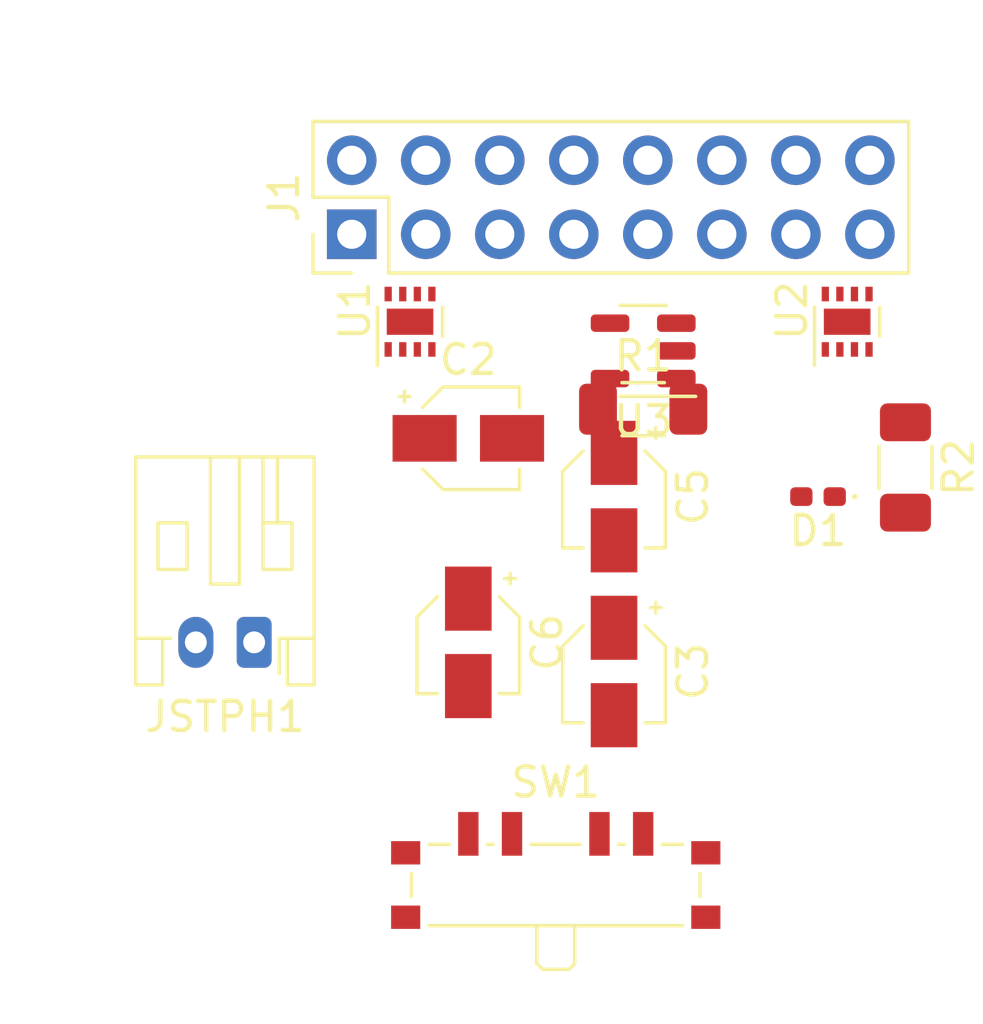
<source format=kicad_pcb>
(kicad_pcb (version 20211014) (generator pcbnew)
  (layers (0 "F.Cu" signal) (31 "B.Cu" signal) (34 "B.Paste" user) (35 "F.Paste" user) (36 "B.SilkS" user "B.Silkscreen") (37 "F.SilkS" user "F.Silkscreen") (38 "B.Mask" user) (39 "F.Mask" user) (44 "Edge.Cuts" user))
  (net 0 "")
  (net 1 "GND")
  (net 2 "Net-(R2-Pad1)")
  (net 3 "Net-(R1-Pad1)")
  (net 4 "/BATT+")
  (net 5 "/PD7")
  (net 6 "/BATT_ADC")
  (net 7 "/Motor2_A")
  (net 8 "/Motor2_B")
  (net 9 "/Motor1_A")
  (net 10 "/Motor1_B")
  (net 11 "/+5V")
  (net 12 "Net-(D1-Pad1)")
  (net 13 "/PC6")
  (net 14 "/PC7")
  (net 15 "/-5V")
  (net 16 "/PC8")
  (net 17 "/PC9")
  (net 18 "/BATT1")
  (net 19 "/BATT2")
  (footprint "Capacitor_SMD:CP_Elec_3x5.3" (layer "F.Cu") (at 140 55)
    (fp_text reference "C2" (at 0 -2.7) (layer "F.SilkS"))
    (fp_text value "0.1u")
    (fp_line (start -0.870563 1.76) (end 1.76 1.76) (layer "F.SilkS") (width 0.12))
    (fp_line (start -1.570563 1.06) (end -0.870563 1.76) (layer "F.SilkS") (width 0.12))
    (fp_line (start -2.375 -1.435) (end -2 -1.435) (layer "F.SilkS") (width 0.12))
    (fp_line (start 1.76 -1.76) (end 1.76 -1.06) (layer "F.SilkS") (width 0.12))
    (fp_line (start -1.570563 -1.06) (end -0.870563 -1.76) (layer "F.SilkS") (width 0.12))
    (fp_line (start -0.870563 -1.76) (end 1.76 -1.76) (layer "F.SilkS") (width 0.12))
    (fp_line (start 1.76 1.76) (end 1.76 1.06) (layer "F.SilkS") (width 0.12))
    (fp_line (start -2.1875 -1.6225) (end -2.1875 -1.2475) (layer "F.SilkS") (width 0.12))
    (pad "1" smd rect (at -1.5 0) (size 2.2 1.6) (layers "F.Cu" "F.Paste" "F.Mask") (net 4 "/BATT+"))
    (pad "2" smd rect (at 1.5 0) (size 2.2 1.6) (layers "F.Cu" "F.Paste" "F.Mask") (net 1 "GND"))
  )
  (footprint "Resistor_SMD:R_1206_3216Metric_Pad1.30x1.75mm_HandSolder" (layer "F.Cu") (at 155 56 -90)
    (fp_text reference "R2" (at 0 -1.82 -90) (layer "F.SilkS"))
    (fp_text value "470")
    (fp_line (start -0.727064 -0.91) (end 0.727064 -0.91) (layer "F.SilkS") (width 0.12))
    (fp_line (start -0.727064 0.91) (end 0.727064 0.91) (layer "F.SilkS") (width 0.12))
    (pad "1" smd roundrect (at -1.55 0 270) (size 1.3 1.75) (layers "F.Cu" "F.Paste" "F.Mask") (roundrect_rratio 0.192308) (net 2 "Net-(R2-Pad1)"))
    (pad "2" smd roundrect (at 1.55 0 270) (size 1.3 1.75) (layers "F.Cu" "F.Paste" "F.Mask") (roundrect_rratio 0.192308) (net 12 "Net-(D1-Pad1)"))
  )
  (footprint "Capacitor_SMD:CP_Elec_3x5.3" (layer "F.Cu") (at 145 57 -90)
    (fp_text reference "C5" (at 0 -2.7 90) (layer "F.SilkS"))
    (fp_text value "4.7u")
    (fp_line (start -1.570563 -1.06) (end -0.870563 -1.76) (layer "F.SilkS") (width 0.12))
    (fp_line (start 1.76 1.76) (end 1.76 1.06) (layer "F.SilkS") (width 0.12))
    (fp_line (start -2.375 -1.435) (end -2 -1.435) (layer "F.SilkS") (width 0.12))
    (fp_line (start -1.570563 1.06) (end -0.870563 1.76) (layer "F.SilkS") (width 0.12))
    (fp_line (start 1.76 -1.76) (end 1.76 -1.06) (layer "F.SilkS") (width 0.12))
    (fp_line (start -0.870563 -1.76) (end 1.76 -1.76) (layer "F.SilkS") (width 0.12))
    (fp_line (start -0.870563 1.76) (end 1.76 1.76) (layer "F.SilkS") (width 0.12))
    (fp_line (start -2.1875 -1.6225) (end -2.1875 -1.2475) (layer "F.SilkS") (width 0.12))
    (pad "1" smd rect (at -1.5 0 270) (size 2.2 1.6) (layers "F.Cu" "F.Paste" "F.Mask") (net 11 "/+5V"))
    (pad "2" smd rect (at 1.5 0 270) (size 2.2 1.6) (layers "F.Cu" "F.Paste" "F.Mask") (net 1 "GND"))
  )
  (footprint "Diode_SMD:D_0402_1005Metric_Pad0.77x0.64mm_HandSolder" (layer "F.Cu") (at 152 57 180)
    (fp_text reference "D1" (at 0 -1.17 180) (layer "F.SilkS"))
    (fp_text value "LED")
    (fp_circle (center -1.265 0) (end -1.215 0) (layer "F.SilkS") (width 0.1) (fill none))
    (pad "1" smd roundrect (at -0.5725 0 180) (size 0.765 0.64) (layers "F.Cu" "F.Paste" "F.Mask") (net 12 "Net-(D1-Pad1)"))
    (pad "2" smd roundrect (at 0.5725 0 180) (size 0.765 0.64) (layers "F.Cu" "F.Paste" "F.Mask") (net 11 "/+5V"))
  )
  (footprint "Package_TO_SOT_SMD:SOT-23-5" (layer "F.Cu") (at 146 52 180)
    (fp_text reference "U3" (at 0 -2.4) (layer "F.SilkS"))
    (fp_text value "MCP73831-2-OT")
    (fp_line (start 0 -1.56) (end 0.8 -1.56) (layer "F.SilkS") (width 0.12))
    (fp_line (start 0 1.56) (end -0.8 1.56) (layer "F.SilkS") (width 0.12))
    (fp_line (start 0 -1.56) (end -1.8 -1.56) (layer "F.SilkS") (width 0.12))
    (fp_line (start 0 1.56) (end 0.8 1.56) (layer "F.SilkS") (width 0.12))
    (pad "1" smd roundrect (at -1.1375 -0.95 180) (size 1.325 0.6) (layers "F.Cu" "F.Paste" "F.Mask") (net 2 "Net-(R2-Pad1)"))
    (pad "2" smd roundrect (at -1.1375 0 180) (size 1.325 0.6) (layers "F.Cu" "F.Paste" "F.Mask") (net 1 "GND"))
    (pad "3" smd roundrect (at -1.1375 0.95 180) (size 1.325 0.6) (layers "F.Cu" "F.Paste" "F.Mask") (net 4 "/BATT+"))
    (pad "4" smd roundrect (at 1.1375 0.95 180) (size 1.325 0.6) (layers "F.Cu" "F.Paste" "F.Mask") (net 11 "/+5V"))
    (pad "5" smd roundrect (at 1.1375 -0.95 180) (size 1.325 0.6) (layers "F.Cu" "F.Paste" "F.Mask") (net 3 "Net-(R1-Pad1)"))
  )
  (footprint "Package_SON:WSON-8-1EP_2x2mm_P0.5mm_EP0.9x1.6mm" (layer "F.Cu") (at 138 51 90)
    (fp_text reference "U1" (at 0.38 -1.9 90) (layer "F.SilkS"))
    (fp_text value "DRV8837")
    (fp_line (start -1.5 -1.12) (end 0.5 -1.12) (layer "F.SilkS") (width 0.12))
    (fp_line (start 0.5 1.12) (end -0.5 1.12) (layer "F.SilkS") (width 0.12))
    (pad "1" smd rect (at -0.95 -0.75 90) (size 0.5 0.25) (layers "F.Cu" "F.Paste" "F.Mask") (net 4 "/BATT+"))
    (pad "2" smd rect (at -0.95 -0.25 90) (size 0.5 0.25) (layers "F.Cu" "F.Paste" "F.Mask") (net 7 "/Motor2_A"))
    (pad "3" smd rect (at -0.95 0.25 90) (size 0.5 0.25) (layers "F.Cu" "F.Paste" "F.Mask") (net 8 "/Motor2_B"))
    (pad "4" smd rect (at -0.95 0.75 90) (size 0.5 0.25) (layers "F.Cu" "F.Paste" "F.Mask") (net 1 "GND"))
    (pad "5" smd rect (at 0.95 0.75 90) (size 0.5 0.25) (layers "F.Cu" "F.Paste" "F.Mask") (net 14 "/PC7"))
    (pad "6" smd rect (at 0.95 0.25 90) (size 0.5 0.25) (layers "F.Cu" "F.Paste" "F.Mask") (net 13 "/PC6"))
    (pad "7" smd rect (at 0.95 -0.25 90) (size 0.5 0.25) (layers "F.Cu" "F.Paste" "F.Mask") (net 4 "/BATT+"))
    (pad "8" smd rect (at 0.95 -0.75 90) (size 0.5 0.25) (layers "F.Cu" "F.Paste" "F.Mask") (net 4 "/BATT+"))
    (pad "9" smd rect (at 0 0 90) (size 0.9 1.6) (layers "F.Cu" "F.Mask") (net 1 "GND"))
  )
  (footprint "Capacitor_SMD:CP_Elec_3x5.3" (layer "F.Cu") (at 140 62 -90)
    (fp_text reference "C6" (at 0 -2.7 -90) (layer "F.SilkS"))
    (fp_text value "4.7u")
    (fp_line (start -2.1875 -1.6225) (end -2.1875 -1.2475) (layer "F.SilkS") (width 0.12))
    (fp_line (start 1.76 -1.76) (end 1.76 -1.06) (layer "F.SilkS") (width 0.12))
    (fp_line (start -0.870563 1.76) (end 1.76 1.76) (layer "F.SilkS") (width 0.12))
    (fp_line (start -2.375 -1.435) (end -2 -1.435) (layer "F.SilkS") (width 0.12))
    (fp_line (start -0.870563 -1.76) (end 1.76 -1.76) (layer "F.SilkS") (width 0.12))
    (fp_line (start -1.570563 -1.06) (end -0.870563 -1.76) (layer "F.SilkS") (width 0.12))
    (fp_line (start 1.76 1.76) (end 1.76 1.06) (layer "F.SilkS") (width 0.12))
    (fp_line (start -1.570563 1.06) (end -0.870563 1.76) (layer "F.SilkS") (width 0.12))
    (pad "1" smd rect (at -1.5 0 270) (size 2.2 1.6) (layers "F.Cu" "F.Paste" "F.Mask") (net 4 "/BATT+"))
    (pad "2" smd rect (at 1.5 0 270) (size 2.2 1.6) (layers "F.Cu" "F.Paste" "F.Mask") (net 1 "GND"))
  )
  (footprint "Connector_JST:JST_PH_S2B-PH-K_1x02_P2.00mm_Horizontal" (layer "F.Cu") (at 132.65 62 180)
    (fp_text reference "JSTPH1" (at 1 -2.55 180) (layer "F.SilkS"))
    (fp_text value "Conn_01x02_Female")
    (fp_line (start -0.86 0.14) (end -1.14 0.14) (layer "F.SilkS") (width 0.12))
    (fp_line (start 2.3 2.5) (end 3.3 2.5) (layer "F.SilkS") (width 0.12))
    (fp_line (start -0.8 4.1) (end -0.8 6.36) (layer "F.SilkS") (width 0.12))
    (fp_line (start -2.06 6.36) (end 4.06 6.36) (layer "F.SilkS") (width 0.12))
    (fp_line (start -0.86 0.14) (end -0.86 -1.075) (layer "F.SilkS") (width 0.12))
    (fp_line (start -1.14 0.14) (end -1.14 -1.46) (layer "F.SilkS") (width 0.12))
    (fp_line (start 3.3 4.1) (end 2.3 4.1) (layer "F.SilkS") (width 0.12))
    (fp_line (start 0.5 2) (end 1.5 2) (layer "F.SilkS") (width 0.12))
    (fp_line (start 3.3 2.5) (end 3.3 4.1) (layer "F.SilkS") (width 0.12))
    (fp_line (start -1.3 4.1) (end -0.3 4.1) (layer "F.SilkS") (width 0.12))
    (fp_line (start -0.3 4.1) (end -0.3 6.36) (layer "F.SilkS") (width 0.12))
    (fp_line (start -1.14 -1.46) (end -2.06 -1.46) (layer "F.SilkS") (width 0.12))
    (fp_line (start 3.14 0.14) (end 2.86 0.14) (layer "F.SilkS") (width 0.12))
    (fp_line (start 4.06 0.14) (end 3.14 0.14) (layer "F.SilkS") (width 0.12))
    (fp_line (start 2.3 4.1) (end 2.3 2.5) (layer "F.SilkS") (width 0.12))
    (fp_line (start -1.3 2.5) (end -1.3 4.1) (layer "F.SilkS") (width 0.12))
    (fp_line (start -0.3 4.1) (end -0.3 2.5) (layer "F.SilkS") (width 0.12))
    (fp_line (start -2.06 0.14) (end -1.14 0.14) (layer "F.SilkS") (width 0.12))
    (fp_line (start 0.5 6.36) (end 0.5 2) (layer "F.SilkS") (width 0.12))
    (fp_line (start 4.06 -1.46) (end 3.14 -1.46) (layer "F.SilkS") (width 0.12))
    (fp_line (start 4.06 6.36) (end 4.06 -1.46) (layer "F.SilkS") (width 0.12))
    (fp_line (start -0.3 2.5) (end -1.3 2.5) (layer "F.SilkS") (width 0.12))
    (fp_line (start 3.14 -1.46) (end 3.14 0.14) (layer "F.SilkS") (width 0.12))
    (fp_line (start -2.06 -1.46) (end -2.06 6.36) (layer "F.SilkS") (width 0.12))
    (fp_line (start 1.5 2) (end 1.5 6.36) (layer "F.SilkS") (width 0.12))
    (pad "1" thru_hole roundrect (at 0 0 180) (size 1.2 1.75) (drill 0.75) (layers *.Cu *.Mask) (roundrect_rratio 0.208333) (net 18 "/BATT1"))
    (pad "2" thru_hole oval (at 2 0 180) (size 1.2 1.75) (drill 0.75) (layers *.Cu *.Mask) (net 19 "/BATT2"))
  )
  (footprint "Package_SON:WSON-8-1EP_2x2mm_P0.5mm_EP0.9x1.6mm" (layer "F.Cu") (at 153 51 90)
    (fp_text reference "U2" (at 0.38 -1.9 90) (layer "F.SilkS"))
    (fp_text value "DRV8837")
    (fp_line (start -1.5 -1.12) (end 0.5 -1.12) (layer "F.SilkS") (width 0.12))
    (fp_line (start 0.5 1.12) (end -0.5 1.12) (layer "F.SilkS") (width 0.12))
    (pad "1" smd rect (at -0.95 -0.75 90) (size 0.5 0.25) (layers "F.Cu" "F.Paste" "F.Mask") (net 4 "/BATT+"))
    (pad "2" smd rect (at -0.95 -0.25 90) (size 0.5 0.25) (layers "F.Cu" "F.Paste" "F.Mask") (net 9 "/Motor1_A"))
    (pad "3" smd rect (at -0.95 0.25 90) (size 0.5 0.25) (layers "F.Cu" "F.Paste" "F.Mask") (net 10 "/Motor1_B"))
    (pad "4" smd rect (at -0.95 0.75 90) (size 0.5 0.25) (layers "F.Cu" "F.Paste" "F.Mask") (net 1 "GND"))
    (pad "5" smd rect (at 0.95 0.75 90) (size 0.5 0.25) (layers "F.Cu" "F.Paste" "F.Mask") (net 17 "/PC9"))
    (pad "6" smd rect (at 0.95 0.25 90) (size 0.5 0.25) (layers "F.Cu" "F.Paste" "F.Mask") (net 16 "/PC8"))
    (pad "7" smd rect (at 0.95 -0.25 90) (size 0.5 0.25) (layers "F.Cu" "F.Paste" "F.Mask") (net 4 "/BATT+"))
    (pad "8" smd rect (at 0.95 -0.75 90) (size 0.5 0.25) (layers "F.Cu" "F.Paste" "F.Mask") (net 4 "/BATT+"))
    (pad "9" smd rect (at 0 0 90) (size 0.9 1.6) (layers "F.Cu" "F.Mask") (net 1 "GND"))
  )
  (footprint "Connector_PinHeader_2.54mm:PinHeader_2x08_P2.54mm_Vertical" (layer "F.Cu") (at 136 48 90)
    (fp_text reference "J1" (at 1.27 -2.33 90) (layer "F.SilkS"))
    (fp_text value "Conn_01x16_Male")
    (fp_line (start -1.33 1.27) (end 1.27 1.27) (layer "F.SilkS") (width 0.12))
    (fp_line (start -1.33 -1.33) (end 0 -1.33) (layer "F.SilkS") (width 0.12))
    (fp_line (start 1.27 -1.33) (end 3.87 -1.33) (layer "F.SilkS") (width 0.12))
    (fp_line (start 3.87 -1.33) (end 3.87 19.11) (layer "F.SilkS") (width 0.12))
    (fp_line (start -1.33 0) (end -1.33 -1.33) (layer "F.SilkS") (width 0.12))
    (fp_line (start -1.33 1.27) (end -1.33 19.11) (layer "F.SilkS") (width 0.12))
    (fp_line (start -1.33 19.11) (end 3.87 19.11) (layer "F.SilkS") (width 0.12))
    (fp_line (start 1.27 1.27) (end 1.27 -1.33) (layer "F.SilkS") (width 0.12))
    (pad "1" thru_hole rect (at 0 0 90) (size 1.7 1.7) (drill 1) (layers *.Cu *.Mask) (net 7 "/Motor2_A"))
    (pad "2" thru_hole oval (at 2.54 0 90) (size 1.7 1.7) (drill 1) (layers *.Cu *.Mask) (net 13 "/PC6"))
    (pad "3" thru_hole oval (at 0 2.54 90) (size 1.7 1.7) (drill 1) (layers *.Cu *.Mask) (net 8 "/Motor2_B"))
    (pad "4" thru_hole oval (at 2.54 2.54 90) (size 1.7 1.7) (drill 1) (layers *.Cu *.Mask) (net 14 "/PC7"))
    (pad "5" thru_hole oval (at 0 5.08 90) (size 1.7 1.7) (drill 1) (layers *.Cu *.Mask) (net 1 "GND"))
    (pad "6" thru_hole oval (at 2.54 5.08 90) (size 1.7 1.7) (drill 1) (layers *.Cu *.Mask) (net 1 "GND"))
    (pad "7" thru_hole oval (at 0 7.62 90) (size 1.7 1.7) (drill 1) (layers *.Cu *.Mask) (net 18 "/BATT1"))
    (pad "8" thru_hole oval (at 2.54 7.62 90) (size 1.7 1.7) (drill 1) (layers *.Cu *.Mask) (net 19 "/BATT2"))
    (pad "9" thru_hole oval (at 0 10.16 90) (size 1.7 1.7) (drill 1) (layers *.Cu *.Mask) (net 5 "/PD7"))
    (pad "10" thru_hole oval (at 2.54 10.16 90) (size 1.7 1.7) (drill 1) (layers *.Cu *.Mask) (net 6 "/BATT_ADC"))
    (pad "11" thru_hole oval (at 0 12.7 90) (size 1.7 1.7) (drill 1) (layers *.Cu *.Mask) (net 11 "/+5V"))
    (pad "12" thru_hole oval (at 2.54 12.7 90) (size 1.7 1.7) (drill 1) (layers *.Cu *.Mask) (net 15 "/-5V"))
    (pad "13" thru_hole oval (at 0 15.24 90) (size 1.7 1.7) (drill 1) (layers *.Cu *.Mask) (net 9 "/Motor1_A"))
    (pad "14" thru_hole oval (at 2.54 15.24 90) (size 1.7 1.7) (drill 1) (layers *.Cu *.Mask) (net 16 "/PC8"))
    (pad "15" thru_hole oval (at 0 17.78 90) (size 1.7 1.7) (drill 1) (layers *.Cu *.Mask) (net 10 "/Motor1_B"))
    (pad "16" thru_hole oval (at 2.54 17.78 90) (size 1.7 1.7) (drill 1) (layers *.Cu *.Mask) (net 17 "/PC9"))
  )
  (footprint "Button_Switch_SMD:SW_SP3T_PCM13" (layer "F.Cu") (at 143 70)
    (fp_text reference "SW1" (at 0 -3.2) (layer "F.SilkS"))
    (fp_text value "SW_SPDT")
    (fp_line (start 3.65 -1.07) (end 4.35 -1.07) (layer "F.SilkS") (width 0.12))
    (fp_line (start -4.35 1.72) (end 4.35 1.72) (layer "F.SilkS") (width 0.12))
    (fp_line (start -0.65 1.72) (end -0.65 3.02) (layer "F.SilkS") (width 0.12))
    (fp_line (start -2.35 -1.07) (end -2.15 -1.07) (layer "F.SilkS") (width 0.12))
    (fp_line (start -4.95 -0.07) (end -4.95 0.72) (layer "F.SilkS") (width 0.12))
    (fp_line (start 0.65 3.02) (end 0.65 1.72) (layer "F.SilkS") (width 0.12))
    (fp_line (start 0.65 3.02) (end 0.45 3.22) (layer "F.SilkS") (width 0.12))
    (fp_line (start -0.85 -1.07) (end 0.85 -1.07) (layer "F.SilkS") (width 0.12))
    (fp_line (start -4.35 -1.07) (end -3.65 -1.07) (layer "F.SilkS") (width 0.12))
    (fp_line (start 4.95 0.72) (end 4.95 -0.07) (layer "F.SilkS") (width 0.12))
    (fp_line (start -0.65 3.02) (end -0.45 3.22) (layer "F.SilkS") (width 0.12))
    (fp_line (start 2.15 -1.07) (end 2.35 -1.07) (layer "F.SilkS") (width 0.12))
    (fp_line (start 0.45 3.22) (end -0.45 3.22) (layer "F.SilkS") (width 0.12))
    (pad "" smd rect (at -5.15 -0.78) (size 1 0.8) (layers "F.Cu" "F.Paste" "F.Mask"))
    (pad "" smd rect (at 5.15 1.43) (size 1 0.8) (layers "F.Cu" "F.Paste" "F.Mask"))
    (pad "" np_thru_hole circle (at 2.5 0.33) (size 0.9 0.9) (drill 0.9) (layers *.Cu *.Mask))
    (pad "" smd rect (at 5.15 -0.78) (size 1 0.8) (layers "F.Cu" "F.Paste" "F.Mask"))
    (pad "" np_thru_hole circle (at -2.5 0.33) (size 0.9 0.9) (drill 0.9) (layers *.Cu *.Mask))
    (pad "" smd rect (at -5.15 1.43) (size 1 0.8) (layers "F.Cu" "F.Paste" "F.Mask"))
    (pad "1" smd rect (at -3 -1.43) (size 0.7 1.5) (layers "F.Cu" "F.Paste" "F.Mask") (net 4 "/BATT+"))
    (pad "2" smd rect (at -1.5 -1.43) (size 0.7 1.5) (layers "F.Cu" "F.Paste" "F.Mask") (net 18 "/BATT1"))
    (pad "3" smd rect (at 1.5 -1.43) (size 0.7 1.5) (layers "F.Cu" "F.Paste" "F.Mask") (net 1 "GND"))
    (pad "4" smd rect (at 3 -1.43) (size 0.7 1.5) (layers "F.Cu" "F.Paste" "F.Mask"))
  )
  (footprint "Resistor_SMD:R_1206_3216Metric_Pad1.30x1.75mm_HandSolder" (layer "F.Cu") (at 146 54)
    (fp_text reference "R1" (at 0 -1.82) (layer "F.SilkS"))
    (fp_text value "2K")
    (fp_line (start -0.727064 -0.91) (end 0.727064 -0.91) (layer "F.SilkS") (width 0.12))
    (fp_line (start -0.727064 0.91) (end 0.727064 0.91) (layer "F.SilkS") (width 0.12))
    (pad "1" smd roundrect (at -1.55 0) (size 1.3 1.75) (layers "F.Cu" "F.Paste" "F.Mask") (roundrect_rratio 0.192308) (net 3 "Net-(R1-Pad1)"))
    (pad "2" smd roundrect (at 1.55 0) (size 1.3 1.75) (layers "F.Cu" "F.Paste" "F.Mask") (roundrect_rratio 0.192308) (net 1 "GND"))
  )
  (footprint "Capacitor_SMD:CP_Elec_3x5.3" (layer "F.Cu") (at 145 63 -90)
    (fp_text reference "C3" (at 0 -2.7 90) (layer "F.SilkS"))
    (fp_text value "0.1u")
    (fp_line (start -0.870563 -1.76) (end 1.76 -1.76) (layer "F.SilkS") (width 0.12))
    (fp_line (start -0.870563 1.76) (end 1.76 1.76) (layer "F.SilkS") (width 0.12))
    (fp_line (start 1.76 -1.76) (end 1.76 -1.06) (layer "F.SilkS") (width 0.12))
    (fp_line (start 1.76 1.76) (end 1.76 1.06) (layer "F.SilkS") (width 0.12))
    (fp_line (start -2.1875 -1.6225) (end -2.1875 -1.2475) (layer "F.SilkS") (width 0.12))
    (fp_line (start -1.570563 1.06) (end -0.870563 1.76) (layer "F.SilkS") (width 0.12))
    (fp_line (start -1.570563 -1.06) (end -0.870563 -1.76) (layer "F.SilkS") (width 0.12))
    (fp_line (start -2.375 -1.435) (end -2 -1.435) (layer "F.SilkS") (width 0.12))
    (pad "1" smd rect (at -1.5 0 270) (size 2.2 1.6) (layers "F.Cu" "F.Paste" "F.Mask") (net 4 "/BATT+"))
    (pad "2" smd rect (at 1.5 0 270) (size 2.2 1.6) (layers "F.Cu" "F.Paste" "F.Mask") (net 1 "GND"))
  )
)
</source>
